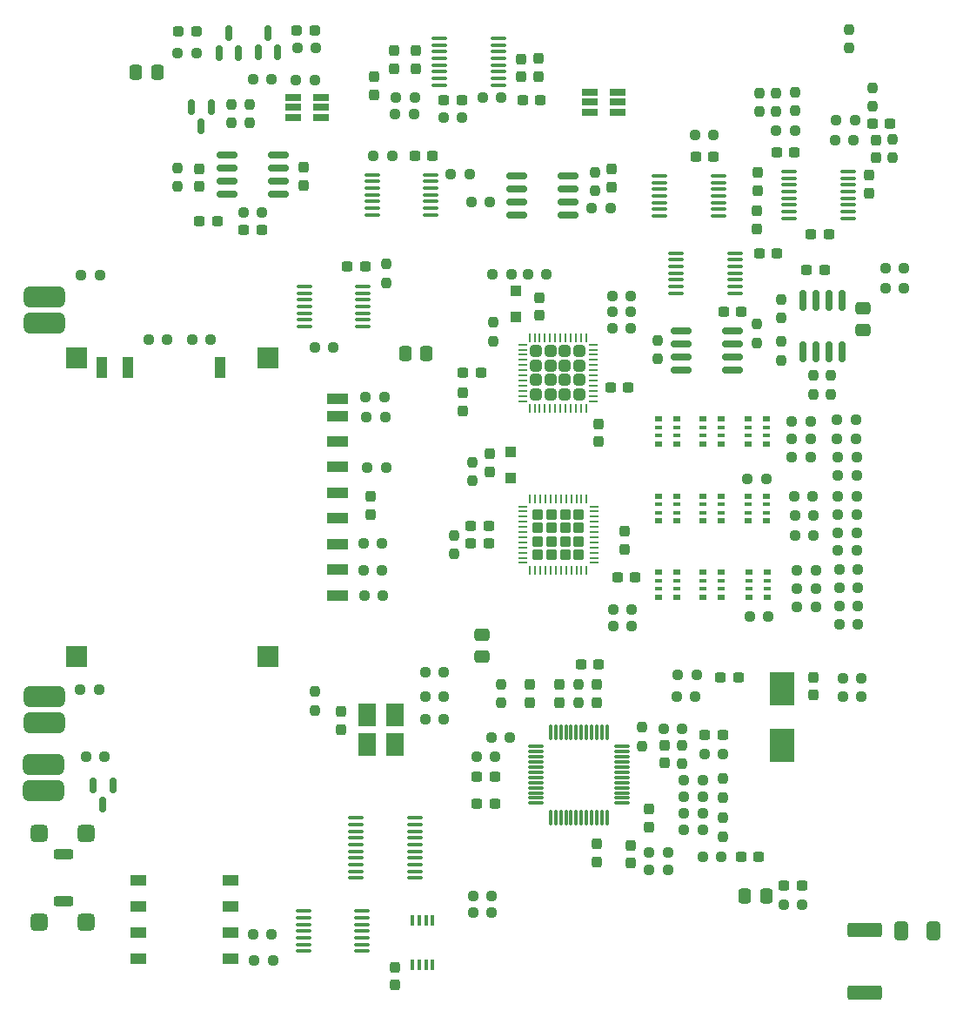
<source format=gbr>
%TF.GenerationSoftware,KiCad,Pcbnew,6.0.11-3.fc36*%
%TF.CreationDate,2023-04-28T14:31:49+02:00*%
%TF.ProjectId,openX65-vabo,6f70656e-5836-4352-9d76-61626f2e6b69,rev01*%
%TF.SameCoordinates,Original*%
%TF.FileFunction,Paste,Top*%
%TF.FilePolarity,Positive*%
%FSLAX46Y46*%
G04 Gerber Fmt 4.6, Leading zero omitted, Abs format (unit mm)*
G04 Created by KiCad (PCBNEW 6.0.11-3.fc36) date 2023-04-28 14:31:49*
%MOMM*%
%LPD*%
G01*
G04 APERTURE LIST*
G04 Aperture macros list*
%AMRoundRect*
0 Rectangle with rounded corners*
0 $1 Rounding radius*
0 $2 $3 $4 $5 $6 $7 $8 $9 X,Y pos of 4 corners*
0 Add a 4 corners polygon primitive as box body*
4,1,4,$2,$3,$4,$5,$6,$7,$8,$9,$2,$3,0*
0 Add four circle primitives for the rounded corners*
1,1,$1+$1,$2,$3*
1,1,$1+$1,$4,$5*
1,1,$1+$1,$6,$7*
1,1,$1+$1,$8,$9*
0 Add four rect primitives between the rounded corners*
20,1,$1+$1,$2,$3,$4,$5,0*
20,1,$1+$1,$4,$5,$6,$7,0*
20,1,$1+$1,$6,$7,$8,$9,0*
20,1,$1+$1,$8,$9,$2,$3,0*%
G04 Aperture macros list end*
%ADD10RoundRect,0.249999X-1.425001X0.450001X-1.425001X-0.450001X1.425001X-0.450001X1.425001X0.450001X0*%
%ADD11RoundRect,0.250000X-0.412500X-0.650000X0.412500X-0.650000X0.412500X0.650000X-0.412500X0.650000X0*%
%ADD12RoundRect,0.237500X-0.250000X-0.237500X0.250000X-0.237500X0.250000X0.237500X-0.250000X0.237500X0*%
%ADD13RoundRect,0.237500X-0.300000X-0.237500X0.300000X-0.237500X0.300000X0.237500X-0.300000X0.237500X0*%
%ADD14RoundRect,0.500000X-1.500000X0.500000X-1.500000X-0.500000X1.500000X-0.500000X1.500000X0.500000X0*%
%ADD15RoundRect,0.237500X-0.237500X0.250000X-0.237500X-0.250000X0.237500X-0.250000X0.237500X0.250000X0*%
%ADD16RoundRect,0.075000X0.662500X0.075000X-0.662500X0.075000X-0.662500X-0.075000X0.662500X-0.075000X0*%
%ADD17RoundRect,0.075000X0.075000X0.662500X-0.075000X0.662500X-0.075000X-0.662500X0.075000X-0.662500X0*%
%ADD18RoundRect,0.237500X0.250000X0.237500X-0.250000X0.237500X-0.250000X-0.237500X0.250000X-0.237500X0*%
%ADD19RoundRect,0.237500X-0.237500X0.300000X-0.237500X-0.300000X0.237500X-0.300000X0.237500X0.300000X0*%
%ADD20RoundRect,0.100000X-0.637500X-0.100000X0.637500X-0.100000X0.637500X0.100000X-0.637500X0.100000X0*%
%ADD21RoundRect,0.237500X0.237500X-0.250000X0.237500X0.250000X-0.237500X0.250000X-0.237500X-0.250000X0*%
%ADD22RoundRect,0.150000X0.150000X-0.587500X0.150000X0.587500X-0.150000X0.587500X-0.150000X-0.587500X0*%
%ADD23RoundRect,0.237500X0.237500X-0.300000X0.237500X0.300000X-0.237500X0.300000X-0.237500X-0.300000X0*%
%ADD24RoundRect,0.150000X-0.825000X-0.150000X0.825000X-0.150000X0.825000X0.150000X-0.825000X0.150000X0*%
%ADD25RoundRect,0.237500X0.300000X0.237500X-0.300000X0.237500X-0.300000X-0.237500X0.300000X-0.237500X0*%
%ADD26RoundRect,0.100000X0.637500X0.100000X-0.637500X0.100000X-0.637500X-0.100000X0.637500X-0.100000X0*%
%ADD27RoundRect,0.250000X-0.337500X-0.475000X0.337500X-0.475000X0.337500X0.475000X-0.337500X0.475000X0*%
%ADD28RoundRect,0.250000X0.285000X0.285000X-0.285000X0.285000X-0.285000X-0.285000X0.285000X-0.285000X0*%
%ADD29RoundRect,0.062500X0.337500X0.062500X-0.337500X0.062500X-0.337500X-0.062500X0.337500X-0.062500X0*%
%ADD30RoundRect,0.062500X0.062500X0.337500X-0.062500X0.337500X-0.062500X-0.337500X0.062500X-0.337500X0*%
%ADD31R,1.560000X0.650000*%
%ADD32R,0.800000X0.500000*%
%ADD33R,0.800000X0.400000*%
%ADD34R,2.400000X3.325000*%
%ADD35RoundRect,0.150000X-0.150000X0.587500X-0.150000X-0.587500X0.150000X-0.587500X0.150000X0.587500X0*%
%ADD36RoundRect,0.237500X-0.287500X-0.237500X0.287500X-0.237500X0.287500X0.237500X-0.287500X0.237500X0*%
%ADD37RoundRect,0.237500X0.287500X0.237500X-0.287500X0.237500X-0.287500X-0.237500X0.287500X-0.237500X0*%
%ADD38RoundRect,0.250000X0.315000X0.315000X-0.315000X0.315000X-0.315000X-0.315000X0.315000X-0.315000X0*%
%ADD39RoundRect,0.062500X0.375000X0.062500X-0.375000X0.062500X-0.375000X-0.062500X0.375000X-0.062500X0*%
%ADD40RoundRect,0.062500X0.062500X0.375000X-0.062500X0.375000X-0.062500X-0.375000X0.062500X-0.375000X0*%
%ADD41R,1.760000X2.250000*%
%ADD42RoundRect,0.250000X0.475000X-0.337500X0.475000X0.337500X-0.475000X0.337500X-0.475000X-0.337500X0*%
%ADD43R,2.000000X1.100000*%
%ADD44R,1.000000X2.000000*%
%ADD45R,2.000000X2.000000*%
%ADD46R,0.400000X1.100000*%
%ADD47R,1.000000X1.000000*%
%ADD48RoundRect,0.250000X0.700000X-0.250000X0.700000X0.250000X-0.700000X0.250000X-0.700000X-0.250000X0*%
%ADD49RoundRect,0.425000X0.425000X-0.425000X0.425000X0.425000X-0.425000X0.425000X-0.425000X-0.425000X0*%
%ADD50R,1.500000X1.100000*%
%ADD51RoundRect,0.150000X0.150000X-0.825000X0.150000X0.825000X-0.150000X0.825000X-0.150000X-0.825000X0*%
G04 APERTURE END LIST*
D10*
%TO.C,R804*%
X142300000Y-131050000D03*
X142300000Y-137150000D03*
%TD*%
D11*
%TO.C,C818*%
X148962500Y-131200000D03*
X145837500Y-131200000D03*
%TD*%
D12*
%TO.C,R606*%
X115687500Y-60900000D03*
X117512500Y-60900000D03*
%TD*%
D13*
%TO.C,C202*%
X118237500Y-96750000D03*
X119962500Y-96750000D03*
%TD*%
D14*
%TO.C,D502*%
X62400000Y-108350000D03*
X62400000Y-110950000D03*
%TD*%
D15*
%TO.C,R603*%
X116000000Y-57400000D03*
X116000000Y-59225000D03*
%TD*%
D16*
%TO.C,U801*%
X118612500Y-118750000D03*
X118612500Y-118250000D03*
X118612500Y-117750000D03*
X118612500Y-117250000D03*
X118612500Y-116750000D03*
X118612500Y-116250000D03*
X118612500Y-115750000D03*
X118612500Y-115250000D03*
X118612500Y-114750000D03*
X118612500Y-114250000D03*
X118612500Y-113750000D03*
X118612500Y-113250000D03*
D17*
X117200000Y-111837500D03*
X116700000Y-111837500D03*
X116200000Y-111837500D03*
X115700000Y-111837500D03*
X115200000Y-111837500D03*
X114700000Y-111837500D03*
X114200000Y-111837500D03*
X113700000Y-111837500D03*
X113200000Y-111837500D03*
X112700000Y-111837500D03*
X112200000Y-111837500D03*
X111700000Y-111837500D03*
D16*
X110287500Y-113250000D03*
X110287500Y-113750000D03*
X110287500Y-114250000D03*
X110287500Y-114750000D03*
X110287500Y-115250000D03*
X110287500Y-115750000D03*
X110287500Y-116250000D03*
X110287500Y-116750000D03*
X110287500Y-117250000D03*
X110287500Y-117750000D03*
X110287500Y-118250000D03*
X110287500Y-118750000D03*
D17*
X111700000Y-120162500D03*
X112200000Y-120162500D03*
X112700000Y-120162500D03*
X113200000Y-120162500D03*
X113700000Y-120162500D03*
X114200000Y-120162500D03*
X114700000Y-120162500D03*
X115200000Y-120162500D03*
X115700000Y-120162500D03*
X116200000Y-120162500D03*
X116700000Y-120162500D03*
X117200000Y-120162500D03*
%TD*%
D12*
%TO.C,R505*%
X109487500Y-67350000D03*
X111312500Y-67350000D03*
%TD*%
D18*
%TO.C,R324*%
X141412500Y-83300000D03*
X139587500Y-83300000D03*
%TD*%
D19*
%TO.C,C717*%
X98550000Y-45587500D03*
X98550000Y-47312500D03*
%TD*%
D18*
%TO.C,FB803*%
X136212500Y-128600000D03*
X134387500Y-128600000D03*
%TD*%
D13*
%TO.C,C812*%
X126737500Y-112100000D03*
X128462500Y-112100000D03*
%TD*%
D20*
%TO.C,U402*%
X87737500Y-68500000D03*
X87737500Y-69150000D03*
X87737500Y-69800000D03*
X87737500Y-70450000D03*
X87737500Y-71100000D03*
X87737500Y-71750000D03*
X87737500Y-72400000D03*
X93462500Y-72400000D03*
X93462500Y-71750000D03*
X93462500Y-71100000D03*
X93462500Y-70450000D03*
X93462500Y-69800000D03*
X93462500Y-69150000D03*
X93462500Y-68500000D03*
%TD*%
D15*
%TO.C,R303*%
X137300000Y-77175000D03*
X137300000Y-79000000D03*
%TD*%
D12*
%TO.C,R511*%
X82750000Y-131500000D03*
X84575000Y-131500000D03*
%TD*%
D18*
%TO.C,R319*%
X137512500Y-97900000D03*
X135687500Y-97900000D03*
%TD*%
D21*
%TO.C,R305*%
X134137500Y-75687500D03*
X134137500Y-73862500D03*
%TD*%
D22*
%TO.C,Q201*%
X79450000Y-45787500D03*
X81350000Y-45787500D03*
X80400000Y-43912500D03*
%TD*%
D23*
%TO.C,C206*%
X118900000Y-94062500D03*
X118900000Y-92337500D03*
%TD*%
D24*
%TO.C,U401*%
X124425000Y-72795000D03*
X124425000Y-74065000D03*
X124425000Y-75335000D03*
X124425000Y-76605000D03*
X129375000Y-76605000D03*
X129375000Y-75335000D03*
X129375000Y-74065000D03*
X129375000Y-72795000D03*
%TD*%
D18*
%TO.C,R207*%
X77212500Y-45800000D03*
X75387500Y-45800000D03*
%TD*%
D23*
%TO.C,C713*%
X108850000Y-48112500D03*
X108850000Y-46387500D03*
%TD*%
D19*
%TO.C,C403*%
X94200000Y-88937500D03*
X94200000Y-90662500D03*
%TD*%
D21*
%TO.C,R801*%
X124500000Y-114912500D03*
X124500000Y-113087500D03*
%TD*%
D19*
%TO.C,C602*%
X117625000Y-57112500D03*
X117625000Y-58837500D03*
%TD*%
%TO.C,C211*%
X91300000Y-109837500D03*
X91300000Y-111562500D03*
%TD*%
D15*
%TO.C,R707*%
X75400000Y-56987500D03*
X75400000Y-58812500D03*
%TD*%
D18*
%TO.C,R810*%
X128312500Y-124000000D03*
X126487500Y-124000000D03*
%TD*%
D21*
%TO.C,R817*%
X120600000Y-113212500D03*
X120600000Y-111387500D03*
%TD*%
D20*
%TO.C,U403*%
X122300000Y-57750000D03*
X122300000Y-58400000D03*
X122300000Y-59050000D03*
X122300000Y-59700000D03*
X122300000Y-60350000D03*
X122300000Y-61000000D03*
X122300000Y-61650000D03*
X128025000Y-61650000D03*
X128025000Y-61000000D03*
X128025000Y-60350000D03*
X128025000Y-59700000D03*
X128025000Y-59050000D03*
X128025000Y-58400000D03*
X128025000Y-57750000D03*
%TD*%
D19*
%TO.C,C701*%
X142700000Y-57687500D03*
X142700000Y-59412500D03*
%TD*%
D23*
%TO.C,C712*%
X96500000Y-47312500D03*
X96500000Y-45587500D03*
%TD*%
D15*
%TO.C,R607*%
X135525000Y-49612500D03*
X135525000Y-51437500D03*
%TD*%
D12*
%TO.C,R807*%
X140137500Y-108400000D03*
X141962500Y-108400000D03*
%TD*%
D15*
%TO.C,R410*%
X88800000Y-107887500D03*
X88800000Y-109712500D03*
%TD*%
D12*
%TO.C,R604*%
X133637500Y-53350000D03*
X135462500Y-53350000D03*
%TD*%
D18*
%TO.C,FB801*%
X123112500Y-123500000D03*
X121287500Y-123500000D03*
%TD*%
%TO.C,R502*%
X107887500Y-67350000D03*
X106062500Y-67350000D03*
%TD*%
%TO.C,R610*%
X119512500Y-69400000D03*
X117687500Y-69400000D03*
%TD*%
%TO.C,R309*%
X137012500Y-81600000D03*
X135187500Y-81600000D03*
%TD*%
%TO.C,R702*%
X141212500Y-54300000D03*
X139387500Y-54300000D03*
%TD*%
D20*
%TO.C,U602*%
X94337500Y-57650000D03*
X94337500Y-58300000D03*
X94337500Y-58950000D03*
X94337500Y-59600000D03*
X94337500Y-60250000D03*
X94337500Y-60900000D03*
X94337500Y-61550000D03*
X100062500Y-61550000D03*
X100062500Y-60900000D03*
X100062500Y-60250000D03*
X100062500Y-59600000D03*
X100062500Y-58950000D03*
X100062500Y-58300000D03*
X100062500Y-57650000D03*
%TD*%
D12*
%TO.C,R204*%
X99500000Y-108400000D03*
X101325000Y-108400000D03*
%TD*%
D13*
%TO.C,C718*%
X108987500Y-50350000D03*
X110712500Y-50350000D03*
%TD*%
D20*
%TO.C,U404*%
X123937500Y-65250000D03*
X123937500Y-65900000D03*
X123937500Y-66550000D03*
X123937500Y-67200000D03*
X123937500Y-67850000D03*
X123937500Y-68500000D03*
X123937500Y-69150000D03*
X129662500Y-69150000D03*
X129662500Y-68500000D03*
X129662500Y-67850000D03*
X129662500Y-67200000D03*
X129662500Y-66550000D03*
X129662500Y-65900000D03*
X129662500Y-65250000D03*
%TD*%
D19*
%TO.C,C607*%
X116350000Y-81887500D03*
X116350000Y-83612500D03*
%TD*%
D25*
%TO.C,C601*%
X100225000Y-55800000D03*
X98500000Y-55800000D03*
%TD*%
D12*
%TO.C,R206*%
X99487500Y-110600000D03*
X101312500Y-110600000D03*
%TD*%
%TO.C,R203*%
X82737500Y-48400000D03*
X84562500Y-48400000D03*
%TD*%
D18*
%TO.C,R404*%
X95312500Y-93500000D03*
X93487500Y-93500000D03*
%TD*%
D12*
%TO.C,R808*%
X140137500Y-106600000D03*
X141962500Y-106600000D03*
%TD*%
D18*
%TO.C,R318*%
X137512500Y-99700000D03*
X135687500Y-99700000D03*
%TD*%
D25*
%TO.C,C811*%
X131962500Y-124000000D03*
X130237500Y-124000000D03*
%TD*%
D13*
%TO.C,C703*%
X133687500Y-55500000D03*
X135412500Y-55500000D03*
%TD*%
D25*
%TO.C,C808*%
X106262500Y-118800000D03*
X104537500Y-118800000D03*
%TD*%
D18*
%TO.C,R315*%
X137312500Y-92700000D03*
X135487500Y-92700000D03*
%TD*%
%TO.C,R701*%
X141312500Y-52300000D03*
X139487500Y-52300000D03*
%TD*%
D26*
%TO.C,U505*%
X98512500Y-126025000D03*
X98512500Y-125375000D03*
X98512500Y-124725000D03*
X98512500Y-124075000D03*
X98512500Y-123425000D03*
X98512500Y-122775000D03*
X98512500Y-122125000D03*
X98512500Y-121475000D03*
X98512500Y-120825000D03*
X98512500Y-120175000D03*
X92787500Y-120175000D03*
X92787500Y-120825000D03*
X92787500Y-121475000D03*
X92787500Y-122125000D03*
X92787500Y-122775000D03*
X92787500Y-123425000D03*
X92787500Y-124075000D03*
X92787500Y-124725000D03*
X92787500Y-125375000D03*
X92787500Y-126025000D03*
%TD*%
D12*
%TO.C,R508*%
X65937500Y-107750000D03*
X67762500Y-107750000D03*
%TD*%
D27*
%TO.C,C719*%
X71362500Y-47700000D03*
X73437500Y-47700000D03*
%TD*%
D25*
%TO.C,C813*%
X129962500Y-106500000D03*
X128237500Y-106500000D03*
%TD*%
D12*
%TO.C,R601*%
X94475000Y-55800000D03*
X96300000Y-55800000D03*
%TD*%
D23*
%TO.C,C815*%
X119500000Y-124562500D03*
X119500000Y-122837500D03*
%TD*%
D12*
%TO.C,R818*%
X104137500Y-127750000D03*
X105962500Y-127750000D03*
%TD*%
D13*
%TO.C,C707*%
X137037500Y-63400000D03*
X138762500Y-63400000D03*
%TD*%
D12*
%TO.C,R712*%
X105087500Y-50150000D03*
X106912500Y-50150000D03*
%TD*%
D18*
%TO.C,R619*%
X88862500Y-45275000D03*
X87037500Y-45275000D03*
%TD*%
D14*
%TO.C,D501*%
X62400000Y-69500000D03*
X62400000Y-72100000D03*
%TD*%
D26*
%TO.C,U703*%
X106600000Y-48925000D03*
X106600000Y-48275000D03*
X106600000Y-47625000D03*
X106600000Y-46975000D03*
X106600000Y-46325000D03*
X106600000Y-45675000D03*
X106600000Y-45025000D03*
X106600000Y-44375000D03*
X100875000Y-44375000D03*
X100875000Y-45025000D03*
X100875000Y-45675000D03*
X100875000Y-46325000D03*
X100875000Y-46975000D03*
X100875000Y-47625000D03*
X100875000Y-48275000D03*
X100875000Y-48925000D03*
%TD*%
D28*
%TO.C,U201*%
X110480000Y-94620000D03*
X111800000Y-94620000D03*
X114440000Y-91980000D03*
X110480000Y-91980000D03*
X110480000Y-90660000D03*
X114440000Y-90660000D03*
X110480000Y-93300000D03*
X111800000Y-93300000D03*
X113120000Y-91980000D03*
X111800000Y-90660000D03*
X113120000Y-94620000D03*
X114440000Y-94620000D03*
X113120000Y-93300000D03*
X111800000Y-91980000D03*
X113120000Y-90660000D03*
X114440000Y-93300000D03*
D29*
X115910000Y-95390000D03*
X115910000Y-94890000D03*
X115910000Y-94390000D03*
X115910000Y-93890000D03*
X115910000Y-93390000D03*
X115910000Y-92890000D03*
X115910000Y-92390000D03*
X115910000Y-91890000D03*
X115910000Y-91390000D03*
X115910000Y-90890000D03*
X115910000Y-90390000D03*
X115910000Y-89890000D03*
D30*
X115210000Y-89190000D03*
X114710000Y-89190000D03*
X114210000Y-89190000D03*
X113710000Y-89190000D03*
X113210000Y-89190000D03*
X112710000Y-89190000D03*
X112210000Y-89190000D03*
X111710000Y-89190000D03*
X111210000Y-89190000D03*
X110710000Y-89190000D03*
X110210000Y-89190000D03*
X109710000Y-89190000D03*
D29*
X109010000Y-89890000D03*
X109010000Y-90390000D03*
X109010000Y-90890000D03*
X109010000Y-91390000D03*
X109010000Y-91890000D03*
X109010000Y-92390000D03*
X109010000Y-92890000D03*
X109010000Y-93390000D03*
X109010000Y-93890000D03*
X109010000Y-94390000D03*
X109010000Y-94890000D03*
X109010000Y-95390000D03*
D30*
X109710000Y-96090000D03*
X110210000Y-96090000D03*
X110710000Y-96090000D03*
X111210000Y-96090000D03*
X111710000Y-96090000D03*
X112210000Y-96090000D03*
X112710000Y-96090000D03*
X113210000Y-96090000D03*
X113710000Y-96090000D03*
X114210000Y-96090000D03*
X114710000Y-96090000D03*
X115210000Y-96090000D03*
%TD*%
D15*
%TO.C,R304*%
X139000000Y-77175000D03*
X139000000Y-79000000D03*
%TD*%
D12*
%TO.C,R713*%
X96637500Y-50100000D03*
X98462500Y-50100000D03*
%TD*%
D23*
%TO.C,C807*%
X112600000Y-108962500D03*
X112600000Y-107237500D03*
%TD*%
D18*
%TO.C,R311*%
X137012500Y-85100000D03*
X135187500Y-85100000D03*
%TD*%
D31*
%TO.C,U501*%
X115550000Y-49650000D03*
X115550000Y-50600000D03*
X115550000Y-51550000D03*
X118250000Y-51550000D03*
X118250000Y-50600000D03*
X118250000Y-49650000D03*
%TD*%
D21*
%TO.C,R809*%
X128500000Y-122012500D03*
X128500000Y-120187500D03*
%TD*%
D18*
%TO.C,R308*%
X146112500Y-68700000D03*
X144287500Y-68700000D03*
%TD*%
%TO.C,R403*%
X95612500Y-81200000D03*
X93787500Y-81200000D03*
%TD*%
D21*
%TO.C,R504*%
X102325000Y-94512500D03*
X102325000Y-92687500D03*
%TD*%
D14*
%TO.C,D503*%
X62350000Y-114950000D03*
X62350000Y-117550000D03*
%TD*%
D18*
%TO.C,R405*%
X95325000Y-96100000D03*
X93500000Y-96100000D03*
%TD*%
D23*
%TO.C,C709*%
X77500000Y-58762500D03*
X77500000Y-57037500D03*
%TD*%
D19*
%TO.C,C801*%
X121300000Y-119337500D03*
X121300000Y-121062500D03*
%TD*%
D13*
%TO.C,C303*%
X136637500Y-66900000D03*
X138362500Y-66900000D03*
%TD*%
D18*
%TO.C,R310*%
X137012500Y-83300000D03*
X135187500Y-83300000D03*
%TD*%
%TO.C,R317*%
X137512500Y-96100000D03*
X135687500Y-96100000D03*
%TD*%
D19*
%TO.C,C814*%
X137250000Y-106487500D03*
X137250000Y-108212500D03*
%TD*%
D12*
%TO.C,R704*%
X81787500Y-61300000D03*
X83612500Y-61300000D03*
%TD*%
D23*
%TO.C,C803*%
X116200000Y-108962500D03*
X116200000Y-107237500D03*
%TD*%
%TO.C,C608*%
X110600000Y-71312500D03*
X110600000Y-69587500D03*
%TD*%
D18*
%TO.C,R325*%
X141512500Y-85100000D03*
X139687500Y-85100000D03*
%TD*%
D20*
%TO.C,U701*%
X134937500Y-57325000D03*
X134937500Y-57975000D03*
X134937500Y-58625000D03*
X134937500Y-59275000D03*
X134937500Y-59925000D03*
X134937500Y-60575000D03*
X134937500Y-61225000D03*
X134937500Y-61875000D03*
X140662500Y-61875000D03*
X140662500Y-61225000D03*
X140662500Y-60575000D03*
X140662500Y-59925000D03*
X140662500Y-59275000D03*
X140662500Y-58625000D03*
X140662500Y-57975000D03*
X140662500Y-57325000D03*
%TD*%
D18*
%TO.C,R802*%
X124512500Y-111500000D03*
X122687500Y-111500000D03*
%TD*%
D15*
%TO.C,R709*%
X145000000Y-54187500D03*
X145000000Y-56012500D03*
%TD*%
D23*
%TO.C,C809*%
X109700000Y-108962500D03*
X109700000Y-107237500D03*
%TD*%
D21*
%TO.C,FB802*%
X114400000Y-109012500D03*
X114400000Y-107187500D03*
%TD*%
D13*
%TO.C,C708*%
X77537500Y-62200000D03*
X79262500Y-62200000D03*
%TD*%
D32*
%TO.C,RN301*%
X122200000Y-81400000D03*
D33*
X122200000Y-82200000D03*
X122200000Y-83000000D03*
D32*
X122200000Y-83800000D03*
X124000000Y-83800000D03*
D33*
X124000000Y-83000000D03*
X124000000Y-82200000D03*
D32*
X124000000Y-81400000D03*
%TD*%
D21*
%TO.C,FB804*%
X106900000Y-109012500D03*
X106900000Y-107187500D03*
%TD*%
D34*
%TO.C,Y801*%
X134200000Y-113162500D03*
X134200000Y-107637500D03*
%TD*%
D24*
%TO.C,U603*%
X108425000Y-57795000D03*
X108425000Y-59065000D03*
X108425000Y-60335000D03*
X108425000Y-61605000D03*
X113375000Y-61605000D03*
X113375000Y-60335000D03*
X113375000Y-59065000D03*
X113375000Y-57795000D03*
%TD*%
D18*
%TO.C,R307*%
X146112500Y-66700000D03*
X144287500Y-66700000D03*
%TD*%
D32*
%TO.C,RN307*%
X130900000Y-81400000D03*
D33*
X130900000Y-82200000D03*
X130900000Y-83000000D03*
D32*
X130900000Y-83800000D03*
X132700000Y-83800000D03*
D33*
X132700000Y-83000000D03*
X132700000Y-82200000D03*
D32*
X132700000Y-81400000D03*
%TD*%
D25*
%TO.C,C806*%
X116362500Y-105250000D03*
X114637500Y-105250000D03*
%TD*%
D32*
%TO.C,RN305*%
X126500000Y-88900000D03*
D33*
X126500000Y-89700000D03*
X126500000Y-90500000D03*
D32*
X126500000Y-91300000D03*
X128300000Y-91300000D03*
D33*
X128300000Y-90500000D03*
X128300000Y-89700000D03*
D32*
X128300000Y-88900000D03*
%TD*%
D18*
%TO.C,R609*%
X119512500Y-71000000D03*
X117687500Y-71000000D03*
%TD*%
D12*
%TO.C,R820*%
X124087500Y-106300000D03*
X125912500Y-106300000D03*
%TD*%
%TO.C,R409*%
X125737500Y-53750000D03*
X127562500Y-53750000D03*
%TD*%
D21*
%TO.C,R706*%
X80600000Y-52612500D03*
X80600000Y-50787500D03*
%TD*%
D35*
%TO.C,Q701*%
X78650000Y-51062500D03*
X76750000Y-51062500D03*
X77700000Y-52937500D03*
%TD*%
D12*
%TO.C,R301*%
X130875000Y-87200000D03*
X132700000Y-87200000D03*
%TD*%
D13*
%TO.C,C405*%
X132037500Y-65300000D03*
X133762500Y-65300000D03*
%TD*%
D27*
%TO.C,C502*%
X97562500Y-75000000D03*
X99637500Y-75000000D03*
%TD*%
D12*
%TO.C,R302*%
X131087500Y-100600000D03*
X132912500Y-100600000D03*
%TD*%
D13*
%TO.C,C810*%
X134425000Y-126800000D03*
X136150000Y-126800000D03*
%TD*%
D23*
%TO.C,C711*%
X87700000Y-58662500D03*
X87700000Y-56937500D03*
%TD*%
D36*
%TO.C,D203*%
X75475000Y-43700000D03*
X77225000Y-43700000D03*
%TD*%
D13*
%TO.C,C604*%
X117537500Y-78350000D03*
X119262500Y-78350000D03*
%TD*%
D18*
%TO.C,R506*%
X123112500Y-125250000D03*
X121287500Y-125250000D03*
%TD*%
D23*
%TO.C,C501*%
X96550000Y-136412500D03*
X96550000Y-134687500D03*
%TD*%
D18*
%TO.C,R329*%
X141625000Y-96000000D03*
X139800000Y-96000000D03*
%TD*%
D37*
%TO.C,D605*%
X88775000Y-43625000D03*
X87025000Y-43625000D03*
%TD*%
D18*
%TO.C,R313*%
X137212500Y-88900000D03*
X135387500Y-88900000D03*
%TD*%
D25*
%TO.C,C804*%
X106262500Y-116200000D03*
X104537500Y-116200000D03*
%TD*%
D32*
%TO.C,RN306*%
X126500000Y-96300000D03*
D33*
X126500000Y-97100000D03*
X126500000Y-97900000D03*
D32*
X126500000Y-98700000D03*
X128300000Y-98700000D03*
D33*
X128300000Y-97900000D03*
X128300000Y-97100000D03*
D32*
X128300000Y-96300000D03*
%TD*%
D24*
%TO.C,U702*%
X80225000Y-55695000D03*
X80225000Y-56965000D03*
X80225000Y-58235000D03*
X80225000Y-59505000D03*
X85175000Y-59505000D03*
X85175000Y-58235000D03*
X85175000Y-56965000D03*
X85175000Y-55695000D03*
%TD*%
D25*
%TO.C,C603*%
X104912500Y-76925000D03*
X103187500Y-76925000D03*
%TD*%
D18*
%TO.C,R316*%
X141512500Y-94200000D03*
X139687500Y-94200000D03*
%TD*%
D35*
%TO.C,Q401*%
X69100000Y-117012500D03*
X67200000Y-117012500D03*
X68150000Y-118887500D03*
%TD*%
D15*
%TO.C,R710*%
X143050000Y-49187500D03*
X143050000Y-51012500D03*
%TD*%
D38*
%TO.C,U601*%
X113100000Y-76200000D03*
X114500000Y-79000000D03*
X111700000Y-77600000D03*
X110300000Y-79000000D03*
X110300000Y-74800000D03*
X111700000Y-76200000D03*
X113100000Y-74800000D03*
X114500000Y-77600000D03*
X110300000Y-76200000D03*
X110300000Y-77600000D03*
X114500000Y-76200000D03*
X111700000Y-79000000D03*
X113100000Y-77600000D03*
X113100000Y-79000000D03*
X111700000Y-74800000D03*
X114500000Y-74800000D03*
D39*
X115837500Y-79650000D03*
X115837500Y-79150000D03*
X115837500Y-78650000D03*
X115837500Y-78150000D03*
X115837500Y-77650000D03*
X115837500Y-77150000D03*
X115837500Y-76650000D03*
X115837500Y-76150000D03*
X115837500Y-75650000D03*
X115837500Y-75150000D03*
X115837500Y-74650000D03*
X115837500Y-74150000D03*
D40*
X115150000Y-73462500D03*
X114650000Y-73462500D03*
X114150000Y-73462500D03*
X113650000Y-73462500D03*
X113150000Y-73462500D03*
X112650000Y-73462500D03*
X112150000Y-73462500D03*
X111650000Y-73462500D03*
X111150000Y-73462500D03*
X110650000Y-73462500D03*
X110150000Y-73462500D03*
X109650000Y-73462500D03*
D39*
X108962500Y-74150000D03*
X108962500Y-74650000D03*
X108962500Y-75150000D03*
X108962500Y-75650000D03*
X108962500Y-76150000D03*
X108962500Y-76650000D03*
X108962500Y-77150000D03*
X108962500Y-77650000D03*
X108962500Y-78150000D03*
X108962500Y-78650000D03*
X108962500Y-79150000D03*
X108962500Y-79650000D03*
D40*
X109650000Y-80337500D03*
X110150000Y-80337500D03*
X110650000Y-80337500D03*
X111150000Y-80337500D03*
X111650000Y-80337500D03*
X112150000Y-80337500D03*
X112650000Y-80337500D03*
X113150000Y-80337500D03*
X113650000Y-80337500D03*
X114150000Y-80337500D03*
X114650000Y-80337500D03*
X115150000Y-80337500D03*
%TD*%
D41*
%TO.C,X201*%
X93850000Y-113075000D03*
X96550000Y-113075000D03*
X96550000Y-110125000D03*
X93850000Y-110125000D03*
%TD*%
D32*
%TO.C,RN308*%
X130900000Y-88900000D03*
D33*
X130900000Y-89700000D03*
X130900000Y-90500000D03*
D32*
X130900000Y-91300000D03*
X132700000Y-91300000D03*
D33*
X132700000Y-90500000D03*
X132700000Y-89700000D03*
D32*
X132700000Y-88900000D03*
%TD*%
D18*
%TO.C,R327*%
X141512500Y-90700000D03*
X139687500Y-90700000D03*
%TD*%
D25*
%TO.C,C402*%
X130262500Y-71000000D03*
X128537500Y-71000000D03*
%TD*%
%TO.C,C715*%
X103062500Y-50400000D03*
X101337500Y-50400000D03*
%TD*%
D21*
%TO.C,R503*%
X140750000Y-45337500D03*
X140750000Y-43512500D03*
%TD*%
D42*
%TO.C,C817*%
X105000000Y-104487500D03*
X105000000Y-102412500D03*
%TD*%
D19*
%TO.C,C702*%
X131900000Y-57437500D03*
X131900000Y-59162500D03*
%TD*%
D15*
%TO.C,R208*%
X132000000Y-49687500D03*
X132000000Y-51512500D03*
%TD*%
%TO.C,R306*%
X134137500Y-69762500D03*
X134137500Y-71587500D03*
%TD*%
D18*
%TO.C,R407*%
X95512500Y-79300000D03*
X93687500Y-79300000D03*
%TD*%
D25*
%TO.C,C404*%
X127537500Y-55875000D03*
X125812500Y-55875000D03*
%TD*%
D12*
%TO.C,R205*%
X99487500Y-106000000D03*
X101312500Y-106000000D03*
%TD*%
D23*
%TO.C,C706*%
X131775000Y-62887500D03*
X131775000Y-61162500D03*
%TD*%
D21*
%TO.C,R708*%
X82400000Y-52600000D03*
X82400000Y-50775000D03*
%TD*%
D19*
%TO.C,C805*%
X116200000Y-122737500D03*
X116200000Y-124462500D03*
%TD*%
D25*
%TO.C,C201*%
X105662500Y-93500000D03*
X103937500Y-93500000D03*
%TD*%
D15*
%TO.C,R812*%
X128500000Y-116387500D03*
X128500000Y-118212500D03*
%TD*%
D12*
%TO.C,R507*%
X65987500Y-67450000D03*
X67812500Y-67450000D03*
%TD*%
D18*
%TO.C,R330*%
X141612500Y-99600000D03*
X139787500Y-99600000D03*
%TD*%
%TO.C,R705*%
X103112500Y-52050000D03*
X101287500Y-52050000D03*
%TD*%
%TO.C,R408*%
X95412500Y-98600000D03*
X93587500Y-98600000D03*
%TD*%
D27*
%TO.C,C816*%
X130612500Y-127800000D03*
X132687500Y-127800000D03*
%TD*%
D23*
%TO.C,C802*%
X122800000Y-114862500D03*
X122800000Y-113137500D03*
%TD*%
D18*
%TO.C,R608*%
X119512500Y-72600000D03*
X117687500Y-72600000D03*
%TD*%
D12*
%TO.C,R816*%
X124687500Y-118100000D03*
X126512500Y-118100000D03*
%TD*%
D18*
%TO.C,R803*%
X107750000Y-112400000D03*
X105925000Y-112400000D03*
%TD*%
D12*
%TO.C,R411*%
X76787500Y-73650000D03*
X78612500Y-73650000D03*
%TD*%
D18*
%TO.C,R320*%
X141612500Y-101400000D03*
X139787500Y-101400000D03*
%TD*%
D43*
%TO.C,J401*%
X90950000Y-96065000D03*
X90950000Y-93565000D03*
X90950000Y-91065000D03*
X90950000Y-88565000D03*
X90950000Y-86065000D03*
X90950000Y-83565000D03*
X90950000Y-81140000D03*
X90950000Y-79440000D03*
X90950000Y-98565000D03*
D44*
X79550000Y-76390000D03*
D45*
X65550000Y-75490000D03*
X65550000Y-104490000D03*
X84200000Y-104490000D03*
X84200000Y-75490000D03*
D44*
X68000000Y-76390000D03*
X70600000Y-76390000D03*
%TD*%
D12*
%TO.C,R821*%
X123975000Y-108400000D03*
X125800000Y-108400000D03*
%TD*%
%TO.C,R605*%
X101987500Y-57575000D03*
X103812500Y-57575000D03*
%TD*%
%TO.C,R509*%
X66487500Y-114250000D03*
X68312500Y-114250000D03*
%TD*%
D19*
%TO.C,C203*%
X105800000Y-84787500D03*
X105800000Y-86512500D03*
%TD*%
D32*
%TO.C,RN309*%
X131000000Y-96300000D03*
D33*
X131000000Y-97100000D03*
X131000000Y-97900000D03*
D32*
X131000000Y-98700000D03*
X132800000Y-98700000D03*
D33*
X132800000Y-97900000D03*
X132800000Y-97100000D03*
D32*
X132800000Y-96300000D03*
%TD*%
D46*
%TO.C,U503*%
X100225000Y-130150000D03*
X99575000Y-130150000D03*
X98925000Y-130150000D03*
X98275000Y-130150000D03*
X98275000Y-134450000D03*
X98925000Y-134450000D03*
X99575000Y-134450000D03*
X100225000Y-134450000D03*
%TD*%
D18*
%TO.C,R314*%
X137312500Y-90800000D03*
X135487500Y-90800000D03*
%TD*%
D31*
%TO.C,U502*%
X86625000Y-50150000D03*
X86625000Y-51100000D03*
X86625000Y-52050000D03*
X89325000Y-52050000D03*
X89325000Y-51100000D03*
X89325000Y-50150000D03*
%TD*%
D18*
%TO.C,R326*%
X141512500Y-88900000D03*
X139687500Y-88900000D03*
%TD*%
D32*
%TO.C,RN303*%
X122200000Y-96300000D03*
D33*
X122200000Y-97100000D03*
X122200000Y-97900000D03*
D32*
X122200000Y-98700000D03*
X124000000Y-98700000D03*
D33*
X124000000Y-97900000D03*
X124000000Y-97100000D03*
D32*
X124000000Y-96300000D03*
%TD*%
D12*
%TO.C,R819*%
X104137500Y-129350000D03*
X105962500Y-129350000D03*
%TD*%
D21*
%TO.C,R413*%
X95700000Y-68162500D03*
X95700000Y-66337500D03*
%TD*%
D42*
%TO.C,C302*%
X142137500Y-72712500D03*
X142137500Y-70637500D03*
%TD*%
D18*
%TO.C,R323*%
X141412500Y-81500000D03*
X139587500Y-81500000D03*
%TD*%
D15*
%TO.C,R501*%
X104050000Y-85587500D03*
X104050000Y-87412500D03*
%TD*%
D12*
%TO.C,R602*%
X103987500Y-60300000D03*
X105812500Y-60300000D03*
%TD*%
D13*
%TO.C,C710*%
X81837500Y-63000000D03*
X83562500Y-63000000D03*
%TD*%
D15*
%TO.C,R401*%
X122100000Y-73737500D03*
X122100000Y-75562500D03*
%TD*%
D47*
%TO.C,D601*%
X108300000Y-71450000D03*
X108300000Y-68950000D03*
%TD*%
D12*
%TO.C,R815*%
X124687500Y-116500000D03*
X126512500Y-116500000D03*
%TD*%
D48*
%TO.C,SW401*%
X64300000Y-128300000D03*
X64300000Y-123700000D03*
D49*
X66500000Y-121700000D03*
X61900000Y-130350000D03*
X61900000Y-121700000D03*
X66500000Y-130350000D03*
%TD*%
D13*
%TO.C,C704*%
X143037500Y-52700000D03*
X144762500Y-52700000D03*
%TD*%
D32*
%TO.C,RN302*%
X122200000Y-88900000D03*
D33*
X122200000Y-89700000D03*
X122200000Y-90500000D03*
D32*
X122200000Y-91300000D03*
X124000000Y-91300000D03*
D33*
X124000000Y-90500000D03*
X124000000Y-89700000D03*
D32*
X124000000Y-88900000D03*
%TD*%
D12*
%TO.C,R703*%
X96587500Y-51775000D03*
X98412500Y-51775000D03*
%TD*%
D18*
%TO.C,R811*%
X128512500Y-114000000D03*
X126687500Y-114000000D03*
%TD*%
%TO.C,R322*%
X119612500Y-101500000D03*
X117787500Y-101500000D03*
%TD*%
D15*
%TO.C,R514*%
X106100000Y-72012500D03*
X106100000Y-73837500D03*
%TD*%
D18*
%TO.C,R414*%
X90562500Y-74400000D03*
X88737500Y-74400000D03*
%TD*%
D12*
%TO.C,R510*%
X82837500Y-134000000D03*
X84662500Y-134000000D03*
%TD*%
D15*
%TO.C,R201*%
X133650000Y-49687500D03*
X133650000Y-51512500D03*
%TD*%
D50*
%TO.C,SW501*%
X80512500Y-133860000D03*
X80512500Y-131320000D03*
X80512500Y-128780000D03*
X80512500Y-126240000D03*
X71612500Y-126240000D03*
X71612500Y-128780000D03*
X71612500Y-131320000D03*
X71612500Y-133860000D03*
%TD*%
D18*
%TO.C,R331*%
X141612500Y-97800000D03*
X139787500Y-97800000D03*
%TD*%
D19*
%TO.C,C606*%
X103200000Y-78862500D03*
X103200000Y-80587500D03*
%TD*%
D20*
%TO.C,U504*%
X87637500Y-129250000D03*
X87637500Y-129900000D03*
X87637500Y-130550000D03*
X87637500Y-131200000D03*
X87637500Y-131850000D03*
X87637500Y-132500000D03*
X87637500Y-133150000D03*
X93362500Y-133150000D03*
X93362500Y-132500000D03*
X93362500Y-131850000D03*
X93362500Y-131200000D03*
X93362500Y-130550000D03*
X93362500Y-129900000D03*
X93362500Y-129250000D03*
%TD*%
D32*
%TO.C,RN304*%
X126500000Y-81400000D03*
D33*
X126500000Y-82200000D03*
X126500000Y-83000000D03*
D32*
X126500000Y-83800000D03*
X128300000Y-83800000D03*
D33*
X128300000Y-83000000D03*
X128300000Y-82200000D03*
D32*
X128300000Y-81400000D03*
%TD*%
D15*
%TO.C,R402*%
X131800000Y-72187500D03*
X131800000Y-74012500D03*
%TD*%
D18*
%TO.C,R321*%
X119612500Y-99900000D03*
X117787500Y-99900000D03*
%TD*%
D23*
%TO.C,C716*%
X94550000Y-49862500D03*
X94550000Y-48137500D03*
%TD*%
D47*
%TO.C,D201*%
X107800000Y-87100000D03*
X107800000Y-84600000D03*
%TD*%
D18*
%TO.C,R611*%
X88737500Y-48425000D03*
X86912500Y-48425000D03*
%TD*%
D51*
%TO.C,U301*%
X136232500Y-74850000D03*
X137502500Y-74850000D03*
X138772500Y-74850000D03*
X140042500Y-74850000D03*
X140042500Y-69900000D03*
X138772500Y-69900000D03*
X137502500Y-69900000D03*
X136232500Y-69900000D03*
%TD*%
D12*
%TO.C,R806*%
X104487500Y-114200000D03*
X106312500Y-114200000D03*
%TD*%
D25*
%TO.C,C205*%
X105662500Y-91800000D03*
X103937500Y-91800000D03*
%TD*%
D12*
%TO.C,R814*%
X124687500Y-121300000D03*
X126512500Y-121300000D03*
%TD*%
D23*
%TO.C,C705*%
X143350000Y-56012500D03*
X143350000Y-54287500D03*
%TD*%
D12*
%TO.C,R406*%
X93887500Y-86100000D03*
X95712500Y-86100000D03*
%TD*%
D25*
%TO.C,C401*%
X93650000Y-66600000D03*
X91925000Y-66600000D03*
%TD*%
D23*
%TO.C,C714*%
X110550000Y-48062500D03*
X110550000Y-46337500D03*
%TD*%
D18*
%TO.C,R328*%
X141512500Y-92500000D03*
X139687500Y-92500000D03*
%TD*%
D12*
%TO.C,R813*%
X124687500Y-119700000D03*
X126512500Y-119700000D03*
%TD*%
D22*
%TO.C,Q601*%
X83250000Y-45762500D03*
X85150000Y-45762500D03*
X84200000Y-43887500D03*
%TD*%
D18*
%TO.C,R312*%
X141512500Y-86900000D03*
X139687500Y-86900000D03*
%TD*%
%TO.C,R412*%
X74412500Y-73700000D03*
X72587500Y-73700000D03*
%TD*%
M02*

</source>
